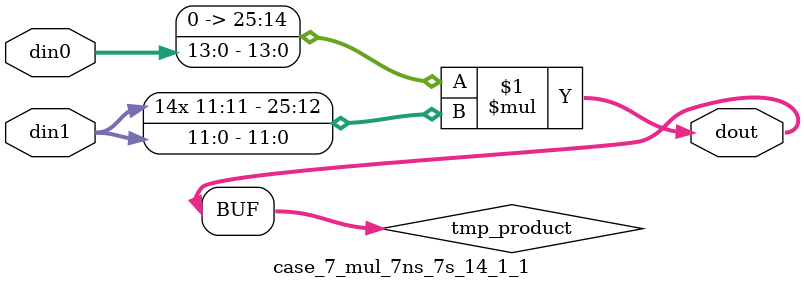
<source format=v>

`timescale 1 ns / 1 ps

 (* use_dsp = "no" *)  module case_7_mul_7ns_7s_14_1_1(din0, din1, dout);
parameter ID = 1;
parameter NUM_STAGE = 0;
parameter din0_WIDTH = 14;
parameter din1_WIDTH = 12;
parameter dout_WIDTH = 26;

input [din0_WIDTH - 1 : 0] din0; 
input [din1_WIDTH - 1 : 0] din1; 
output [dout_WIDTH - 1 : 0] dout;

wire signed [dout_WIDTH - 1 : 0] tmp_product;

























assign tmp_product = $signed({1'b0, din0}) * $signed(din1);










assign dout = tmp_product;





















endmodule

</source>
